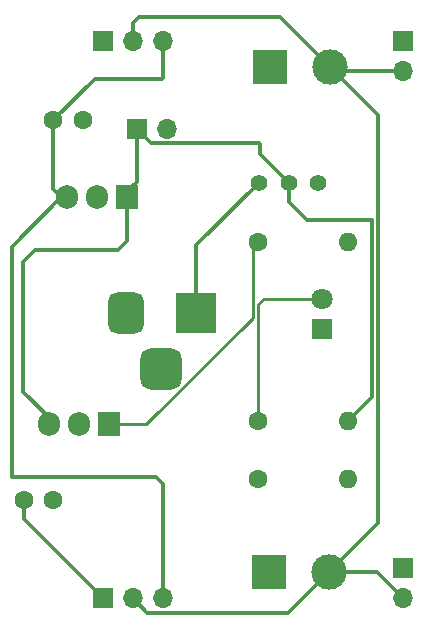
<source format=gbr>
%TF.GenerationSoftware,KiCad,Pcbnew,7.0.10*%
%TF.CreationDate,2024-02-15T23:55:06+08:00*%
%TF.ProjectId,Project 2 - Breadboard power supply,50726f6a-6563-4742-9032-202d20427265,rev?*%
%TF.SameCoordinates,Original*%
%TF.FileFunction,Copper,L1,Top*%
%TF.FilePolarity,Positive*%
%FSLAX46Y46*%
G04 Gerber Fmt 4.6, Leading zero omitted, Abs format (unit mm)*
G04 Created by KiCad (PCBNEW 7.0.10) date 2024-02-15 23:55:06*
%MOMM*%
%LPD*%
G01*
G04 APERTURE LIST*
G04 Aperture macros list*
%AMRoundRect*
0 Rectangle with rounded corners*
0 $1 Rounding radius*
0 $2 $3 $4 $5 $6 $7 $8 $9 X,Y pos of 4 corners*
0 Add a 4 corners polygon primitive as box body*
4,1,4,$2,$3,$4,$5,$6,$7,$8,$9,$2,$3,0*
0 Add four circle primitives for the rounded corners*
1,1,$1+$1,$2,$3*
1,1,$1+$1,$4,$5*
1,1,$1+$1,$6,$7*
1,1,$1+$1,$8,$9*
0 Add four rect primitives between the rounded corners*
20,1,$1+$1,$2,$3,$4,$5,0*
20,1,$1+$1,$4,$5,$6,$7,0*
20,1,$1+$1,$6,$7,$8,$9,0*
20,1,$1+$1,$8,$9,$2,$3,0*%
G04 Aperture macros list end*
%TA.AperFunction,ComponentPad*%
%ADD10O,1.700000X1.700000*%
%TD*%
%TA.AperFunction,ComponentPad*%
%ADD11R,1.700000X1.700000*%
%TD*%
%TA.AperFunction,ComponentPad*%
%ADD12C,1.600000*%
%TD*%
%TA.AperFunction,ComponentPad*%
%ADD13O,1.600000X1.600000*%
%TD*%
%TA.AperFunction,ComponentPad*%
%ADD14O,1.905000X2.000000*%
%TD*%
%TA.AperFunction,ComponentPad*%
%ADD15R,1.905000X2.000000*%
%TD*%
%TA.AperFunction,ComponentPad*%
%ADD16C,1.397000*%
%TD*%
%TA.AperFunction,ComponentPad*%
%ADD17R,3.000000X3.000000*%
%TD*%
%TA.AperFunction,ComponentPad*%
%ADD18C,3.000000*%
%TD*%
%TA.AperFunction,ComponentPad*%
%ADD19RoundRect,0.875000X-0.875000X-0.875000X0.875000X-0.875000X0.875000X0.875000X-0.875000X0.875000X0*%
%TD*%
%TA.AperFunction,ComponentPad*%
%ADD20RoundRect,0.750000X-0.750000X-1.000000X0.750000X-1.000000X0.750000X1.000000X-0.750000X1.000000X0*%
%TD*%
%TA.AperFunction,ComponentPad*%
%ADD21R,3.500000X3.500000*%
%TD*%
%TA.AperFunction,ComponentPad*%
%ADD22R,1.800000X1.800000*%
%TD*%
%TA.AperFunction,ComponentPad*%
%ADD23C,1.800000*%
%TD*%
%TA.AperFunction,Conductor*%
%ADD24C,0.350000*%
%TD*%
%TA.AperFunction,Conductor*%
%ADD25C,0.250000*%
%TD*%
G04 APERTURE END LIST*
D10*
%TO.P,J4,3,Pin_3*%
%TO.N,/5V*%
X66040000Y-102500000D03*
%TO.P,J4,2,Pin_2*%
%TO.N,/PWR_OUTPUT*%
X63500000Y-102500000D03*
D11*
%TO.P,J4,1,Pin_1*%
%TO.N,/3.3V*%
X60960000Y-102500000D03*
%TD*%
D10*
%TO.P,J3,3,Pin_3*%
%TO.N,/5V*%
X66040000Y-55300000D03*
%TO.P,J3,2,Pin_2*%
%TO.N,/PWR_OUTPUT*%
X63500000Y-55300000D03*
D11*
%TO.P,J3,1,Pin_1*%
%TO.N,/3.3V*%
X60960000Y-55300000D03*
%TD*%
D12*
%TO.P,R3,1*%
%TO.N,GND*%
X74155000Y-92425000D03*
D13*
%TO.P,R3,2*%
%TO.N,Net-(U2-ADJ)*%
X81775000Y-92425000D03*
%TD*%
D14*
%TO.P,U1,3,VO*%
%TO.N,/5V*%
X57920000Y-68550000D03*
%TO.P,U1,2,GND*%
%TO.N,GND*%
X60460000Y-68550000D03*
D15*
%TO.P,U1,1,VI*%
%TO.N,/12V*%
X63000000Y-68550000D03*
%TD*%
D11*
%TO.P,C1,1*%
%TO.N,/12V*%
X63850000Y-62725000D03*
D10*
%TO.P,C1,2*%
%TO.N,GND*%
X66390000Y-62725000D03*
%TD*%
D12*
%TO.P,R1,1*%
%TO.N,Net-(U2-ADJ)*%
X74155000Y-72350000D03*
D13*
%TO.P,R1,2*%
%TO.N,/3.3V*%
X81775000Y-72350000D03*
%TD*%
D15*
%TO.P,U2,1,ADJ*%
%TO.N,Net-(U2-ADJ)*%
X61500000Y-87750000D03*
D14*
%TO.P,U2,2,VO*%
%TO.N,/3.3V*%
X58960000Y-87750000D03*
%TO.P,U2,3,VI*%
%TO.N,/12V*%
X56420000Y-87750000D03*
%TD*%
D16*
%TO.P,SW1,1,1*%
%TO.N,/PWR_INPUT*%
X74215900Y-67300000D03*
%TO.P,SW1,2,2*%
%TO.N,/12V*%
X76715900Y-67300000D03*
%TO.P,SW1,3,3*%
%TO.N,unconnected-(SW1-Pad3)*%
X79215900Y-67300000D03*
%TD*%
D12*
%TO.P,C2,1*%
%TO.N,/5V*%
X56775000Y-62000000D03*
%TO.P,C2,2*%
%TO.N,GND*%
X59275000Y-62000000D03*
%TD*%
D11*
%TO.P,J2,1,Pin_1*%
%TO.N,GND*%
X86390000Y-99950000D03*
D10*
%TO.P,J2,2,Pin_2*%
%TO.N,/PWR_OUTPUT*%
X86390000Y-102490000D03*
%TD*%
D11*
%TO.P,J1,1,Pin_1*%
%TO.N,GND*%
X86390000Y-55300000D03*
D10*
%TO.P,J1,2,Pin_2*%
%TO.N,/PWR_OUTPUT*%
X86390000Y-57840000D03*
%TD*%
D12*
%TO.P,C3,1*%
%TO.N,/3.3V*%
X54275000Y-94200000D03*
%TO.P,C3,2*%
%TO.N,GND*%
X56775000Y-94200000D03*
%TD*%
D17*
%TO.P,J5,1,Pin_1*%
%TO.N,GND*%
X75035000Y-100300000D03*
D18*
%TO.P,J5,2,Pin_2*%
%TO.N,/PWR_OUTPUT*%
X80115000Y-100300000D03*
%TD*%
D19*
%TO.P,J6,3*%
%TO.N,GND*%
X65900000Y-83067500D03*
D20*
%TO.P,J6,2*%
X62900000Y-78367500D03*
D21*
%TO.P,J6,1*%
%TO.N,/PWR_INPUT*%
X68900000Y-78367500D03*
%TD*%
D17*
%TO.P,J7,1,Pin_1*%
%TO.N,GND*%
X75160000Y-57500000D03*
D18*
%TO.P,J7,2,Pin_2*%
%TO.N,/PWR_OUTPUT*%
X80240000Y-57500000D03*
%TD*%
D12*
%TO.P,R2,1*%
%TO.N,Net-(D1-A)*%
X74155000Y-87450000D03*
D13*
%TO.P,R2,2*%
%TO.N,/12V*%
X81775000Y-87450000D03*
%TD*%
D22*
%TO.P,D1,1,K*%
%TO.N,GND*%
X79575000Y-79700000D03*
D23*
%TO.P,D1,2,A*%
%TO.N,Net-(D1-A)*%
X79575000Y-77160000D03*
%TD*%
D24*
%TO.N,/PWR_OUTPUT*%
X76690000Y-103725000D02*
X80115000Y-100300000D01*
X64725000Y-103725000D02*
X76690000Y-103725000D01*
X63500000Y-102500000D02*
X64725000Y-103725000D01*
D25*
%TO.N,Net-(U2-ADJ)*%
X73705000Y-78716854D02*
X73705000Y-72800000D01*
X64671854Y-87750000D02*
X73705000Y-78716854D01*
X61500000Y-87750000D02*
X64671854Y-87750000D01*
X73705000Y-72800000D02*
X74155000Y-72350000D01*
D24*
%TO.N,/12V*%
X56420000Y-87170000D02*
X56420000Y-87750000D01*
X54250000Y-74000000D02*
X54250000Y-85000000D01*
X55250000Y-73000000D02*
X54250000Y-74000000D01*
X54250000Y-85000000D02*
X56420000Y-87170000D01*
X62250000Y-73000000D02*
X55250000Y-73000000D01*
X63000000Y-72250000D02*
X62250000Y-73000000D01*
X63000000Y-68550000D02*
X63000000Y-72250000D01*
%TO.N,/5V*%
X66040000Y-92790000D02*
X66040000Y-102500000D01*
X53300000Y-72710000D02*
X53300000Y-92250000D01*
X57460000Y-68550000D02*
X53300000Y-72710000D01*
X65500000Y-92250000D02*
X66040000Y-92790000D01*
X56775000Y-67865000D02*
X57460000Y-68550000D01*
X53300000Y-92250000D02*
X65500000Y-92250000D01*
X56775000Y-62000000D02*
X56775000Y-67865000D01*
%TO.N,/PWR_OUTPUT*%
X84300000Y-96115000D02*
X80115000Y-100300000D01*
X84300000Y-61560000D02*
X84300000Y-96115000D01*
X80240000Y-57500000D02*
X84300000Y-61560000D01*
X84200000Y-100300000D02*
X86390000Y-102490000D01*
X80115000Y-100300000D02*
X84200000Y-100300000D01*
%TO.N,/3.3V*%
X54275000Y-95815000D02*
X60960000Y-102500000D01*
X54275000Y-94200000D02*
X54275000Y-95815000D01*
%TO.N,/PWR_INPUT*%
X68900000Y-72615900D02*
X68900000Y-78367500D01*
X74215900Y-67300000D02*
X68900000Y-72615900D01*
%TO.N,/12V*%
X63850000Y-67240000D02*
X62540000Y-68550000D01*
X63850000Y-62725000D02*
X63850000Y-67240000D01*
X83750000Y-85475000D02*
X81775000Y-87450000D01*
X83750000Y-70500000D02*
X83750000Y-85475000D01*
X78263299Y-70500000D02*
X83750000Y-70500000D01*
X76715900Y-68952601D02*
X78263299Y-70500000D01*
X76715900Y-67300000D02*
X76715900Y-68952601D01*
X74250000Y-64000000D02*
X74250000Y-64834100D01*
X74250000Y-64834100D02*
X76715900Y-67300000D01*
X74200000Y-63950000D02*
X74250000Y-64000000D01*
X65075000Y-63950000D02*
X74200000Y-63950000D01*
X63850000Y-62725000D02*
X65075000Y-63950000D01*
%TO.N,/PWR_OUTPUT*%
X75990000Y-53250000D02*
X80240000Y-57500000D01*
X63500000Y-53750000D02*
X64000000Y-53250000D01*
X64000000Y-53250000D02*
X75990000Y-53250000D01*
X63500000Y-55300000D02*
X63500000Y-53750000D01*
X86390000Y-57840000D02*
X80580000Y-57840000D01*
X80580000Y-57840000D02*
X80240000Y-57500000D01*
D25*
%TO.N,Net-(D1-A)*%
X74590000Y-77160000D02*
X79575000Y-77160000D01*
X74155000Y-77595000D02*
X74590000Y-77160000D01*
X74155000Y-87450000D02*
X74155000Y-77595000D01*
D24*
%TO.N,/5V*%
X60275000Y-58500000D02*
X56775000Y-62000000D01*
X66000000Y-58500000D02*
X60275000Y-58500000D01*
X66040000Y-58460000D02*
X66000000Y-58500000D01*
X66040000Y-55300000D02*
X66040000Y-58460000D01*
%TD*%
M02*

</source>
